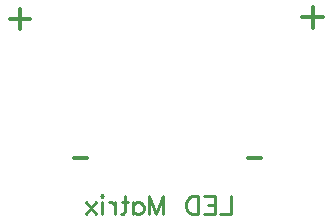
<source format=gbo>
G04 DipTrace 2.3.1.0*
%INLED_Matrix.GBO*%
%MOMM*%
%ADD24C,0.314*%
%ADD25C,0.235*%
%FSLAX53Y53*%
G04*
G71*
G90*
G75*
G01*
%LNBotSilk*%
%LPD*%
X12659Y20634D2*
D24*
Y18885D1*
X13533Y19758D2*
X11783D1*
X37427Y20793D2*
Y19043D1*
X38301Y19917D2*
X36551D1*
X33070Y8011D2*
X31947D1*
X18304D2*
X17181D1*
X30497Y4760D2*
D25*
Y3228D1*
X29623D1*
X28206Y4760D2*
X29152D1*
Y3228D1*
X28206D1*
X29152Y4030D2*
X28570D1*
X27735Y4760D2*
Y3228D1*
X27225D1*
X27006Y3303D1*
X26859Y3447D1*
X26787Y3594D1*
X26714Y3811D1*
Y4177D1*
X26787Y4396D1*
X26859Y4541D1*
X27006Y4687D1*
X27225Y4760D1*
X27735D1*
X23597Y3228D2*
Y4760D1*
X24179Y3228D1*
X24762Y4760D1*
Y3228D1*
X22252Y4249D2*
Y3228D1*
Y4030D2*
X22396Y4177D1*
X22543Y4249D1*
X22760D1*
X22907Y4177D1*
X23052Y4030D1*
X23126Y3811D1*
Y3666D1*
X23052Y3447D1*
X22907Y3303D1*
X22760Y3228D1*
X22543D1*
X22396Y3303D1*
X22252Y3447D1*
X21562Y4760D2*
Y3520D1*
X21490Y3303D1*
X21343Y3228D1*
X21198D1*
X21781Y4249D2*
X21271D1*
X20728D2*
Y3228D1*
Y3811D2*
X20653Y4030D1*
X20509Y4177D1*
X20362Y4249D1*
X20143D1*
X19672Y4760D2*
X19600Y4687D1*
X19526Y4760D1*
X19600Y4834D1*
X19672Y4760D1*
X19600Y4249D2*
Y3228D1*
X19055Y4249D2*
X18253Y3228D1*
Y4249D2*
X19055Y3228D1*
M02*

</source>
